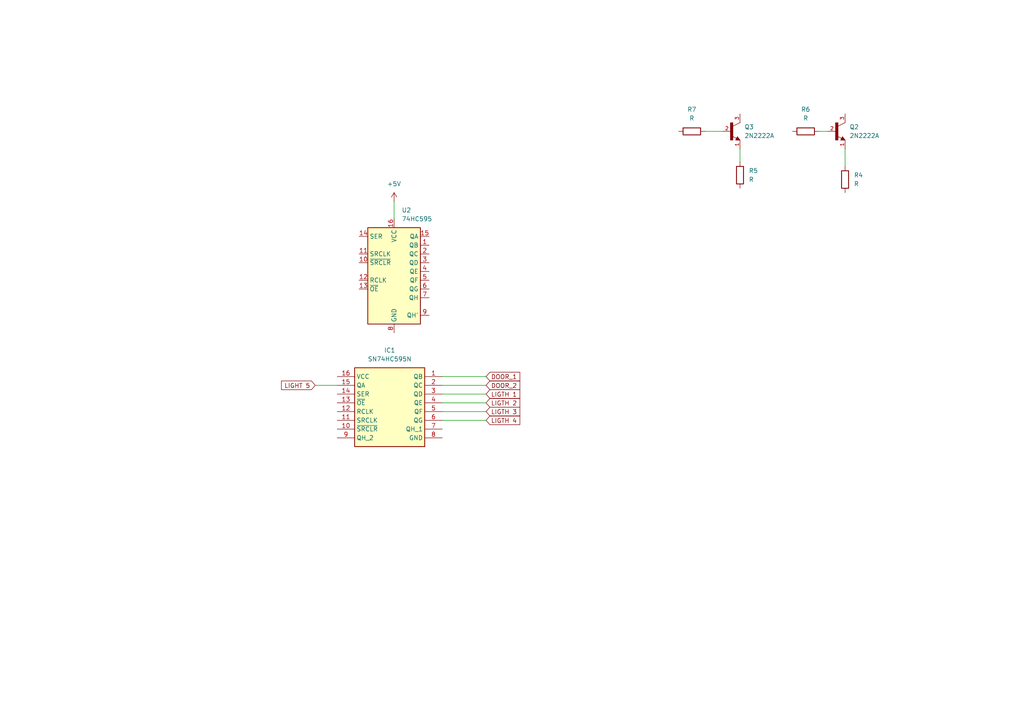
<source format=kicad_sch>
(kicad_sch (version 20230121) (generator eeschema)
  (paper "A4")
  (lib_symbols
    (symbol "2N2222A:2N2222A" (pin_names (offset 1.016))
      (property "Reference" "Q" (at -10.16 7.62 0))
      (property "Value" "2N2222A" (at -10.16 -7.62 0))
      (symbol "2N2222A_0_0"
        (rectangle (start -0.254 -2.54) (end 0.508 2.54) (stroke (width 0.1)) (fill (type outline)))
        (polyline (pts (xy 1.54 -2.04) (xy 0.308 -1.424)) (stroke (width 0.1524)))
        (polyline (pts (xy 2.54 2.54) (xy 0.508 1.524)) (stroke (width 0.1524)))
        (polyline (pts (xy 1.27 -2.54) (xy 1.778 -1.524) (xy 2.54 -2.54) (xy 1.27 -2.54)) (stroke (width 0.1524)) (fill (type outline)))
        (pin passive line (at 2.54 -5.08 90) (length 2.54) (name "~") (number "1"))
        (pin passive line (at -2.54 0 0) (length 2.54) (name "~") (number "2"))
        (pin passive line (at 2.54 5.08 270) (length 2.54) (name "~") (number "3"))
      )
    )
    (symbol "74xx:74HC595"
      (property "Reference" "U" (at -7.62 13.97 0))
      (property "Value" "74HC595" (at -7.62 -16.51 0))
      (symbol "74HC595_1_0"
        (pin tri_state line (at 10.16 7.62 180) (length 2.54) (name "QB") (number "1"))
        (pin input line (at -10.16 2.54 0) (length 2.54) (name "~{SRCLR}") (number "10"))
        (pin input line (at -10.16 5.08 0) (length 2.54) (name "SRCLK") (number "11"))
        (pin input line (at -10.16 -2.54 0) (length 2.54) (name "RCLK") (number "12"))
        (pin input line (at -10.16 -5.08 0) (length 2.54) (name "~{OE}") (number "13"))
        (pin input line (at -10.16 10.16 0) (length 2.54) (name "SER") (number "14"))
        (pin tri_state line (at 10.16 10.16 180) (length 2.54) (name "QA") (number "15"))
        (pin power_in line (at 0 15.24 270) (length 2.54) (name "VCC") (number "16"))
        (pin tri_state line (at 10.16 5.08 180) (length 2.54) (name "QC") (number "2"))
        (pin tri_state line (at 10.16 2.54 180) (length 2.54) (name "QD") (number "3"))
        (pin tri_state line (at 10.16 0 180) (length 2.54) (name "QE") (number "4"))
        (pin tri_state line (at 10.16 -2.54 180) (length 2.54) (name "QF") (number "5"))
        (pin tri_state line (at 10.16 -5.08 180) (length 2.54) (name "QG") (number "6"))
        (pin tri_state line (at 10.16 -7.62 180) (length 2.54) (name "QH") (number "7"))
        (pin power_in line (at 0 -17.78 90) (length 2.54) (name "GND") (number "8"))
        (pin output line (at 10.16 -12.7 180) (length 2.54) (name "QH'") (number "9"))
      )
      (symbol "74HC595_1_1"
        (rectangle (start -7.62 12.7) (end 7.62 -15.24) (stroke (width 0.254)) (fill (type background)))
      )
    )
    (symbol "Device:R" (pin_numbers hide) (pin_names (offset 0))
      (property "Reference" "R" (at 2.032 0 90))
      (property "Value" "R" (at 0 0 90))
      (symbol "R_0_1"
        (rectangle (start -1.016 -2.54) (end 1.016 2.54) (stroke (width 0.254)))
      )
      (symbol "R_1_1"
        (pin passive line (at 0 3.81 270) (length 1.27) (name "~") (number "1"))
        (pin passive line (at 0 -3.81 90) (length 1.27) (name "~") (number "2"))
      )
    )
    (symbol "SN74HC595N:SN74HC595N"
      (property "Reference" "IC" (at 26.67 7.62 0))
      (property "Value" "SN74HC595N" (at 26.67 5.08 0))
      (symbol "SN74HC595N_1_1"
        (rectangle (start 5.08 2.54) (end 25.4 -20.32) (stroke (width 0.254)) (fill (type background)))
        (pin passive line (at 0 0 0) (length 5.08) (name "QB") (number "1"))
        (pin passive line (at 30.48 -15.24 180) (length 5.08) (name "~{SRCLR}") (number "10"))
        (pin input line (at 30.48 -12.7 180) (length 5.08) (name "SRCLK") (number "11"))
        (pin input line (at 30.48 -10.16 180) (length 5.08) (name "RCLK") (number "12"))
        (pin passive line (at 30.48 -7.62 180) (length 5.08) (name "~{OE}") (number "13"))
        (pin passive line (at 30.48 -5.08 180) (length 5.08) (name "SER") (number "14"))
        (pin passive line (at 30.48 -2.54 180) (length 5.08) (name "QA") (number "15"))
        (pin power_in line (at 30.48 0 180) (length 5.08) (name "VCC") (number "16"))
        (pin passive line (at 0 -2.54 0) (length 5.08) (name "QC") (number "2"))
        (pin passive line (at 0 -5.08 0) (length 5.08) (name "QD") (number "3"))
        (pin passive line (at 0 -7.62 0) (length 5.08) (name "QE") (number "4"))
        (pin passive line (at 0 -10.16 0) (length 5.08) (name "QF") (number "5"))
        (pin passive line (at 0 -12.7 0) (length 5.08) (name "QG") (number "6"))
        (pin passive line (at 0 -15.24 0) (length 5.08) (name "QH_1") (number "7"))
        (pin power_in line (at 0 -17.78 0) (length 5.08) (name "GND") (number "8"))
        (pin passive line (at 30.48 -17.78 180) (length 5.08) (name "QH_2") (number "9"))
      )
    )
    (symbol "power:+5V" (power) (pin_names (offset 0))
      (property "Value" "+5V" (at 0 3.556 0))
      (symbol "+5V_0_1"
        (polyline (pts (xy -0.762 1.27) (xy 0 2.54)))
        (polyline (pts (xy 0 0) (xy 0 2.54)))
        (polyline (pts (xy 0 2.54) (xy 0.762 1.27)))
      )
      (symbol "+5V_1_1"
        (pin power_in line (at 0 0 90) (length 0) hide (name "+5V") (number "1"))
      )
    )
  )
  (wire (pts (xy 204.47 38.1) (xy 209.55 38.1)))
  (wire (pts (xy 128.27 121.92) (xy 140.97 121.92)))
  (wire (pts (xy 114.3 58.42) (xy 114.3 63.5)))
  (wire (pts (xy 128.27 119.38) (xy 140.97 119.38)))
  (wire (pts (xy 237.49 38.1) (xy 240.03 38.1)))
  (wire (pts (xy 214.63 43.18) (xy 214.63 46.99)))
  (wire (pts (xy 128.27 111.76) (xy 140.97 111.76)))
  (wire (pts (xy 128.27 116.84) (xy 140.97 116.84)))
  (wire (pts (xy 91.44 111.76) (xy 97.79 111.76)))
  (wire (pts (xy 128.27 114.3) (xy 140.97 114.3)))
  (wire (pts (xy 128.27 109.22) (xy 140.97 109.22)))
  (wire (pts (xy 245.11 43.18) (xy 245.11 48.26)))
  (global_label "LIGTH 4" (shape input) (at 140.97 121.92 0) (property "Intersheetrefs" "${INTERSHEET_REFS}" (effects hide)))
  (global_label "LIGTH 3" (shape input) (at 140.97 119.38 0) (property "Intersheetrefs" "${INTERSHEET_REFS}" (effects hide)))
  (global_label "DOOR_2" (shape input) (at 140.97 111.76 0) (property "Intersheetrefs" "${INTERSHEET_REFS}" (effects hide)))
  (global_label "LIGTH 2" (shape input) (at 140.97 116.84 0) (property "Intersheetrefs" "${INTERSHEET_REFS}" (effects hide)))
  (global_label "LIGHT 5" (shape input) (at 91.44 111.76 180) (property "Intersheetrefs" "${INTERSHEET_REFS}" (effects hide)))
  (global_label "LIGTH 1" (shape input) (at 140.97 114.3 0) (property "Intersheetrefs" "${INTERSHEET_REFS}" (effects hide)))
  (global_label "DOOR_1" (shape input) (at 140.97 109.22 0) (property "Intersheetrefs" "${INTERSHEET_REFS}" (effects hide)))
  (symbol (lib_id "Device:R") (at 214.63 50.8 0) (unit 1)
    (property "Reference" "R5" (at 217.17 49.53 0) (effects (justify left)))
    (property "Value" "R" (at 217.17 52.07 0) (effects (justify left)))
  )
  (symbol (lib_id "Device:R") (at 245.11 52.07 0) (unit 1)
    (property "Reference" "R4" (at 247.65 50.8 0) (effects (justify left)))
    (property "Value" "R" (at 247.65 53.34 0) (effects (justify left)))
  )
  (symbol (lib_id "SN74HC595N:SN74HC595N") (at 128.27 109.22 0) (mirror y) (unit 1)
    (property "Reference" "IC1" (at 113.03 101.6 0))
    (property "Value" "SN74HC595N" (at 113.03 104.14 0))
    (property "Footprint" "DIP794W53P254L1930H508Q16N" (effects hide))
    (property "Datasheet" "http://www.ti.com/lit/ds/symlink/sn74hc595.pdf" (effects hide))
    (property "Height" "5.08" (effects hide))
    (property "Mouser Part Number" "595-SN74HC595N" (effects hide))
    (property "Mouser Price/Stock" "https://www.mouser.co.uk/ProductDetail/Texas-Instruments/SN74HC595N?qs=IEl3ej0IqwBTHkYa8XPoMQ%3D%3D" (effects hide))
    (property "Manufacturer_Name" "Texas Instruments" (effects hide))
    (property "Manufacturer_Part_Number" "SN74HC595N" (effects hide))
  )
  (symbol (lib_id "Device:R") (at 233.68 38.1 90) (unit 1)
    (property "Reference" "R6" (at 233.68 31.75 90))
    (property "Value" "R" (at 233.68 34.29 90))
  )
  (symbol (lib_id "2N2222A:2N2222A") (at 212.09 38.1 0) (unit 1)
    (property "Reference" "Q3" (at 215.9 36.83 0) (effects (justify left)))
    (property "Value" "2N2222A" (at 215.9 39.37 0) (effects (justify left)))
    (property "Footprint" "2N2222A:TO92254P470H750-3" (effects hide))
    (property "MF" "Diotec Semiconductor" (effects hide))
    (property "SNAPEDA_PACKAGE_ID" "121774" (effects hide))
    (property "Package" "TO-92-3 Diotec" (effects hide))
    (property "Price" "None" (effects hide))
    (property "Check_prices" "https://www.snapeda.com/parts/2N2222A/Diotec/view-part/?ref=eda" (effects hide))
    (property "STANDARD" "IPC 7351B" (effects hide))
    (property "PARTREV" "N/A" (effects hide))
    (property "SnapEDA_Link" "https://www.snapeda.com/parts/2N2222A/Diotec/view-part/?ref=snap" (effects hide))
    (property "MP" "2N2222A" (effects hide))
    (property "Purchase-URL" "https://www.snapeda.com/api/url_track_click_mouser/?unipart_id=4796189&manufacturer=Diotec Semiconductor&part_name=2N2222A&search_term=None" (effects hide))
    (property "Description" "\nBJT, TO-92, 40V, 600mA, NPN, 0.625W, 150C\n" (effects hide))
    (property "MANUFACTURER" "Diotec Semiconductor" (effects hide))
    (property "Availability" "In Stock" (effects hide))
    (property "MAXIMUM_PACKAGE_HEIGHT" "7.5 mm" (effects hide))
  )
  (symbol (lib_id "2N2222A:2N2222A") (at 242.57 38.1 0) (unit 1)
    (property "Reference" "Q2" (at 246.38 36.83 0) (effects (justify left)))
    (property "Value" "2N2222A" (at 246.38 39.37 0) (effects (justify left)))
    (property "Footprint" "2N2222A:TO92254P470H750-3" (effects hide))
    (property "MF" "Diotec Semiconductor" (effects hide))
    (property "SNAPEDA_PACKAGE_ID" "121774" (effects hide))
    (property "Package" "TO-92-3 Diotec" (effects hide))
    (property "Price" "None" (effects hide))
    (property "Check_prices" "https://www.snapeda.com/parts/2N2222A/Diotec/view-part/?ref=eda" (effects hide))
    (property "STANDARD" "IPC 7351B" (effects hide))
    (property "PARTREV" "N/A" (effects hide))
    (property "SnapEDA_Link" "https://www.snapeda.com/parts/2N2222A/Diotec/view-part/?ref=snap" (effects hide))
    (property "MP" "2N2222A" (effects hide))
    (property "Purchase-URL" "https://www.snapeda.com/api/url_track_click_mouser/?unipart_id=4796189&manufacturer=Diotec Semiconductor&part_name=2N2222A&search_term=None" (effects hide))
    (property "Description" "\nBJT, TO-92, 40V, 600mA, NPN, 0.625W, 150C\n" (effects hide))
    (property "MANUFACTURER" "Diotec Semiconductor" (effects hide))
    (property "Availability" "In Stock" (effects hide))
    (property "MAXIMUM_PACKAGE_HEIGHT" "7.5 mm" (effects hide))
  )
  (symbol (lib_id "Device:R") (at 200.66 38.1 90) (unit 1)
    (property "Reference" "R7" (at 200.66 31.75 90))
    (property "Value" "R" (at 200.66 34.29 90))
  )
  (symbol (lib_id "power:+5V") (at 114.3 58.42 0) (unit 1)
    (property "Reference" "#PWR010" (effects hide))
    (property "Value" "+5V" (at 114.3 53.34 0))
  )
  (symbol (lib_id "74xx:74HC595") (at 114.3 78.74 0) (unit 1)
    (property "Reference" "U2" (at 116.4941 60.96 0) (effects (justify left)))
    (property "Value" "74HC595" (at 116.4941 63.5 0) (effects (justify left)))
    (property "Datasheet" "http://www.ti.com/lit/ds/symlink/sn74hc595.pdf" (effects hide))
  )
)
</source>
